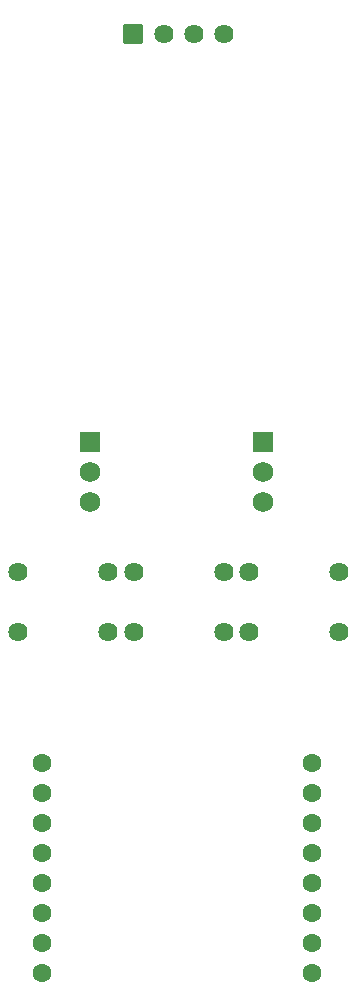
<source format=gbs>
G04 Layer: BottomSolderMaskLayer*
G04 EasyEDA v6.5.47, 2024-10-12 02:41:22*
G04 de610928b34d45079a866c0004aef406,b136c329f792480eb7d0c4728c74c1db,10*
G04 Gerber Generator version 0.2*
G04 Scale: 100 percent, Rotated: No, Reflected: No *
G04 Dimensions in millimeters *
G04 leading zeros omitted , absolute positions ,4 integer and 5 decimal *
%FSLAX45Y45*%
%MOMM*%

%AMMACRO1*4,1,8,-0.8042,-0.8636,-0.8636,-0.8039,-0.8636,0.8042,-0.8042,0.8636,0.8039,0.8636,0.8636,0.8042,0.8636,-0.8039,0.8039,-0.8636,-0.8042,-0.8636,0*%
%AMMACRO2*4,1,8,-0.7831,-0.8128,-0.8128,-0.7828,-0.8128,0.7831,-0.7831,0.8128,0.7828,0.8128,0.8128,0.7831,0.8128,-0.7828,0.7828,-0.8128,-0.7831,-0.8128,0*%
%ADD10C,1.6256*%
%ADD11C,1.6080*%
%ADD12C,1.7272*%
%ADD13MACRO1*%
%ADD14MACRO2*%

%LPD*%
D10*
G01*
X-1346200Y-3162300D03*
G01*
X-1346200Y-3670300D03*
G01*
X-584200Y-3162300D03*
G01*
X-584200Y-3670300D03*
G01*
X-368300Y-3162300D03*
G01*
X-368300Y-3670300D03*
G01*
X393700Y-3162300D03*
G01*
X393700Y-3670300D03*
G01*
X609600Y-3162300D03*
G01*
X609600Y-3670300D03*
G01*
X1371600Y-3162300D03*
G01*
X1371600Y-3670300D03*
D11*
G01*
X1143000Y-6553200D03*
G01*
X-1143000Y-6553200D03*
G01*
X1143000Y-4775200D03*
G01*
X1143000Y-5029200D03*
G01*
X1143000Y-5283200D03*
G01*
X1143000Y-5537200D03*
G01*
X1143000Y-5791200D03*
G01*
X1143000Y-6045200D03*
G01*
X1143000Y-6299200D03*
G01*
X-1143000Y-4775200D03*
G01*
X-1143000Y-5029200D03*
G01*
X-1143000Y-5283200D03*
G01*
X-1143000Y-5537200D03*
G01*
X-1143000Y-5791200D03*
G01*
X-1143000Y-6045200D03*
G01*
X-1143000Y-6299200D03*
D12*
G01*
X-736600Y-2565400D03*
G01*
X-736600Y-2311400D03*
G01*
X723392Y-2311400D03*
G01*
X723392Y-2565400D03*
D13*
G01*
X723392Y-2057400D03*
G01*
X-736600Y-2057400D03*
D14*
G01*
X-369341Y1395679D03*
D10*
G01*
X-113537Y1395729D03*
G01*
X140462Y1395729D03*
G01*
X394462Y1395729D03*
M02*

</source>
